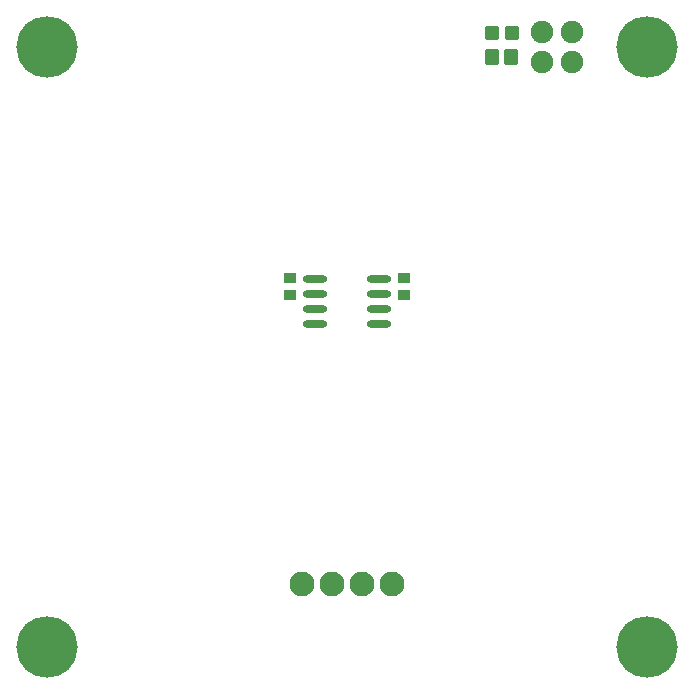
<source format=gts>
G04 Layer: TopSolderMaskLayer*
G04 Panelize: , Column: 2, Row: 2, Board Size: 58.42mm x 58.42mm, Panelized Board Size: 118.84mm x 118.84mm*
G04 EasyEDA v6.5.34, 2023-08-21 18:11:39*
G04 00f0e8dbea56480481fd11457a506d8e,5a6b42c53f6a479593ecc07194224c93,10*
G04 Gerber Generator version 0.2*
G04 Scale: 100 percent, Rotated: No, Reflected: No *
G04 Dimensions in millimeters *
G04 leading zeros omitted , absolute positions ,4 integer and 5 decimal *
%FSLAX45Y45*%
%MOMM*%

%AMMACRO1*1,1,$1,$2,$3*1,1,$1,$4,$5*1,1,$1,0-$2,0-$3*1,1,$1,0-$4,0-$5*20,1,$1,$2,$3,$4,$5,0*20,1,$1,$4,$5,0-$2,0-$3,0*20,1,$1,0-$2,0-$3,0-$4,0-$5,0*20,1,$1,0-$4,0-$5,$2,$3,0*4,1,4,$2,$3,$4,$5,0-$2,0-$3,0-$4,0-$5,$2,$3,0*%
%ADD10O,2.051812X0.6700012*%
%ADD11MACRO1,0.2032X-0.45X-0.5X-0.45X0.5*%
%ADD12MACRO1,0.2032X0.5X-0.55X-0.5X-0.55*%
%ADD13MACRO1,0.1016X-0.45X-0.4X-0.45X0.4*%
%ADD14MACRO1,0.1016X0.45X0.4X0.45X-0.4*%
%ADD15C,5.2032*%
%ADD16C,2.1016*%
%ADD17C,1.9016*%

%LPD*%
D10*
G01*
X2650490Y3492500D03*
G01*
X2650490Y3365500D03*
G01*
X2650490Y3238500D03*
G01*
X2650490Y3111500D03*
G01*
X3191509Y3492500D03*
G01*
X3191509Y3365500D03*
G01*
X3191509Y3238500D03*
G01*
X3191509Y3111500D03*
D11*
G01*
X4144091Y5575292D03*
G01*
X4314090Y5575292D03*
D12*
G01*
X4149092Y5372100D03*
G01*
X4309092Y5372100D03*
D13*
G01*
X3403592Y3498992D03*
G01*
X3403592Y3358992D03*
D14*
G01*
X2438394Y3358992D03*
G01*
X2438394Y3498992D03*
D15*
G01*
X381000Y5461000D03*
G01*
X5461000Y5461000D03*
G01*
X5461000Y381000D03*
G01*
X381000Y381000D03*
D16*
G01*
X3048000Y914400D03*
G01*
X2794000Y914400D03*
G01*
X2540000Y914400D03*
G01*
X3302000Y914400D03*
D17*
G01*
X4572000Y5588000D03*
G01*
X4572000Y5334000D03*
G01*
X4826000Y5334000D03*
G01*
X4826000Y5588000D03*
M02*

</source>
